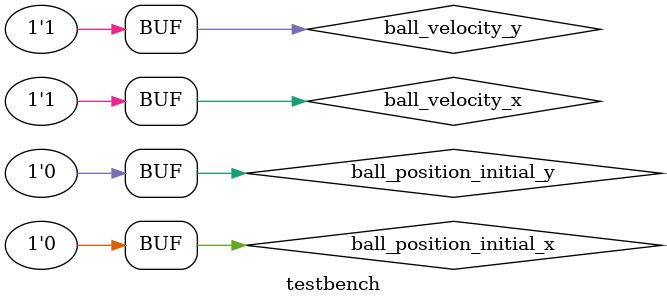
<source format=v>
module testtop(
input 	   clk_50,
input      ball_position_initial_x,
input      ball_position_initial_y,
input      ball_velocity_x,
input 	   ball_velocity_y,
output reg ball_position_x,
output reg ball_position_y
);

always @(posedge clk_50)
	begin	
		ball_position_x = ball_position_x + ball_velocity_x;
     		ball_position_y = ball_position_y + ball_velocity_y;
	end
endmodule


`timescale 1ns / 1ps
module testbench();
		reg ball_position_initial_x;
		reg ball_position_initial_y;
		reg ball_velocity_x;
		reg ball_velocity_y;
		wire ball_position_x;
		wire ball_position_y;
		testtop test (ball_position_initial_x, 
			      ball_position_initial_y, 
			      ball_velocity_x, 
			      ball_velocity_y, 
			      ball_position_x,
			      ball_position_y);
		initial
		begin
				ball_position_initial_x <= 0; 
				ball_position_initial_y <=0; 
				ball_velocity_x <=1; 
				ball_velocity_y <=1;
		end
endmodule


</source>
